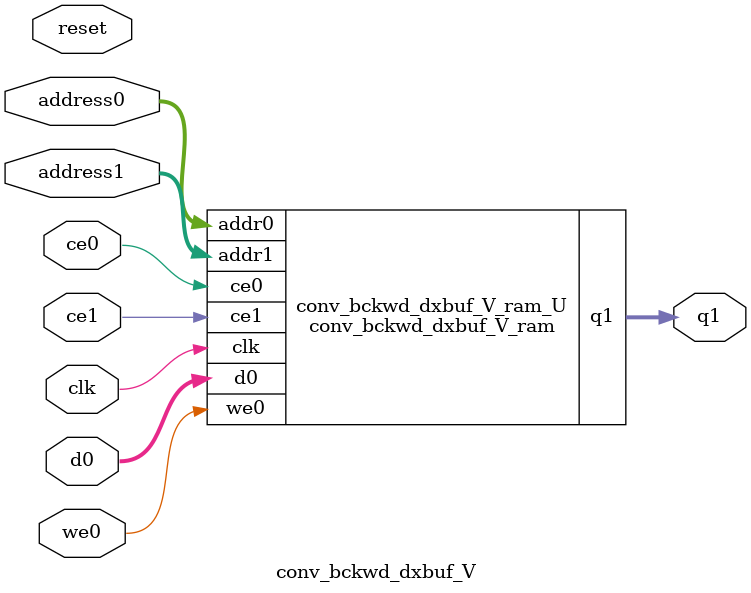
<source format=v>
`timescale 1 ns / 1 ps
module conv_bckwd_dxbuf_V_ram (addr0, ce0, d0, we0, addr1, ce1, q1,  clk);

parameter DWIDTH = 16;
parameter AWIDTH = 17;
parameter MEM_SIZE = 100000;

input[AWIDTH-1:0] addr0;
input ce0;
input[DWIDTH-1:0] d0;
input we0;
input[AWIDTH-1:0] addr1;
input ce1;
output reg[DWIDTH-1:0] q1;
input clk;

reg [DWIDTH-1:0] ram[0:MEM_SIZE-1];




always @(posedge clk)  
begin 
    if (ce0) begin
        if (we0) 
            ram[addr0] <= d0; 
    end
end


always @(posedge clk)  
begin 
    if (ce1) begin
        q1 <= ram[addr1];
    end
end


endmodule

`timescale 1 ns / 1 ps
module conv_bckwd_dxbuf_V(
    reset,
    clk,
    address0,
    ce0,
    we0,
    d0,
    address1,
    ce1,
    q1);

parameter DataWidth = 32'd16;
parameter AddressRange = 32'd100000;
parameter AddressWidth = 32'd17;
input reset;
input clk;
input[AddressWidth - 1:0] address0;
input ce0;
input we0;
input[DataWidth - 1:0] d0;
input[AddressWidth - 1:0] address1;
input ce1;
output[DataWidth - 1:0] q1;



conv_bckwd_dxbuf_V_ram conv_bckwd_dxbuf_V_ram_U(
    .clk( clk ),
    .addr0( address0 ),
    .ce0( ce0 ),
    .we0( we0 ),
    .d0( d0 ),
    .addr1( address1 ),
    .ce1( ce1 ),
    .q1( q1 ));

endmodule


</source>
